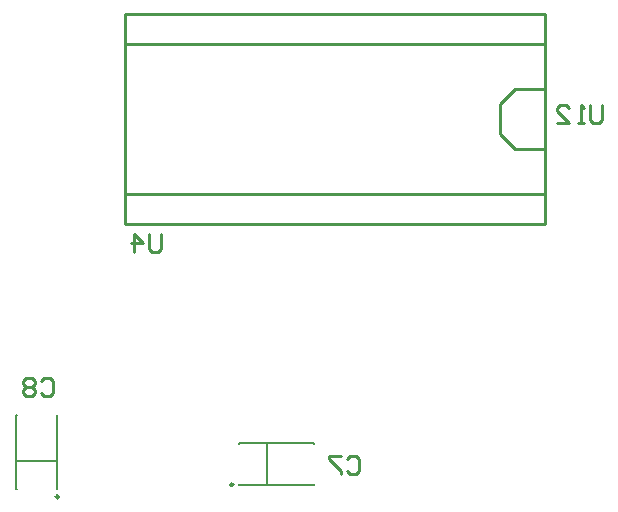
<source format=gbo>
G04 Layer_Color=32896*
%FSAX44Y44*%
%MOMM*%
G71*
G01*
G75*
%ADD56C,0.2500*%
%ADD57C,0.2540*%
%ADD58C,0.2000*%
D56*
X00655017Y00994426D02*
G03*
X00655017Y00994426I-00001247J00000084D01*
G01*
X00802720Y01004850D02*
G03*
X00802720Y01004850I-00001250J00000000D01*
G01*
D57*
X00711200Y01377950D02*
X01066800D01*
X00711200Y01250950D02*
X01066800D01*
X00711200Y01225550D02*
X01066800D01*
X00711200D02*
Y01403350D01*
X01066800D01*
Y01225550D02*
Y01403350D01*
X01028700Y01301750D02*
X01041400Y01289050D01*
X01028700Y01301750D02*
Y01327150D01*
X01041400Y01339850D01*
Y01289050D02*
X01066800D01*
X01041400Y01339850D02*
X01066800D01*
X01115060Y01325875D02*
Y01313179D01*
X01112521Y01310640D01*
X01107442D01*
X01104903Y01313179D01*
Y01325875D01*
X01099825Y01310640D02*
X01094747D01*
X01097286D01*
Y01325875D01*
X01099825Y01323336D01*
X01076972Y01310640D02*
X01087129D01*
X01076972Y01320797D01*
Y01323336D01*
X01079511Y01325875D01*
X01084590D01*
X01087129Y01323336D01*
X00640083Y01092196D02*
X00642623Y01094735D01*
X00647701D01*
X00650240Y01092196D01*
Y01082039D01*
X00647701Y01079500D01*
X00642623D01*
X00640083Y01082039D01*
X00635005Y01092196D02*
X00632466Y01094735D01*
X00627387D01*
X00624848Y01092196D01*
Y01089657D01*
X00627387Y01087117D01*
X00624848Y01084578D01*
Y01082039D01*
X00627387Y01079500D01*
X00632466D01*
X00635005Y01082039D01*
Y01084578D01*
X00632466Y01087117D01*
X00635005Y01089657D01*
Y01092196D01*
X00632466Y01087117D02*
X00627387D01*
X00899163Y01026156D02*
X00901702Y01028695D01*
X00906781D01*
X00909320Y01026156D01*
Y01015999D01*
X00906781Y01013460D01*
X00901702D01*
X00899163Y01015999D01*
X00894085Y01028695D02*
X00883928D01*
Y01026156D01*
X00894085Y01015999D01*
Y01013460D01*
X00741680Y01216655D02*
Y01203959D01*
X00739141Y01201420D01*
X00734062D01*
X00731523Y01203959D01*
Y01216655D01*
X00718827Y01201420D02*
Y01216655D01*
X00726445Y01209037D01*
X00716288D01*
D58*
X00618770Y01001010D02*
X00619270D01*
X00653270D02*
X00653770D01*
X00618770Y01024510D02*
X00653770D01*
X00618770Y01064010D02*
X00619270D01*
X00653270D02*
X00653770D01*
Y01001010D02*
Y01064010D01*
X00618770Y01001010D02*
Y01064010D01*
X00807970Y01039350D02*
Y01039850D01*
Y01004850D02*
Y01005350D01*
X00831470Y01004850D02*
Y01039850D01*
X00870970Y01039350D02*
Y01039850D01*
Y01004850D02*
Y01005350D01*
X00807970Y01004850D02*
X00870970D01*
X00807970Y01039850D02*
X00870970D01*
M02*

</source>
